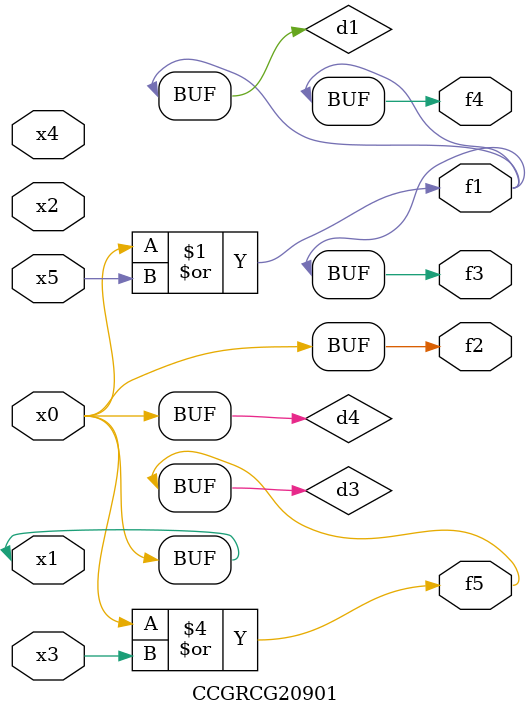
<source format=v>
module CCGRCG20901(
	input x0, x1, x2, x3, x4, x5,
	output f1, f2, f3, f4, f5
);

	wire d1, d2, d3, d4;

	or (d1, x0, x5);
	xnor (d2, x1, x4);
	or (d3, x0, x3);
	buf (d4, x0, x1);
	assign f1 = d1;
	assign f2 = d4;
	assign f3 = d1;
	assign f4 = d1;
	assign f5 = d3;
endmodule

</source>
